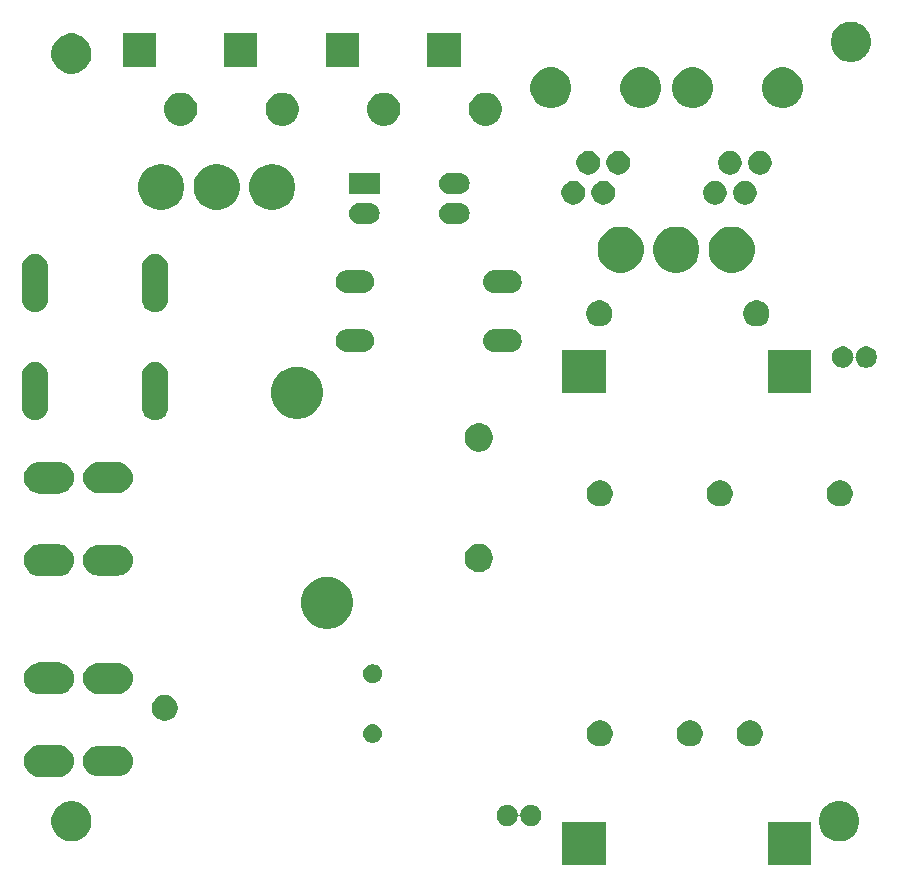
<source format=gbs>
G04 #@! TF.GenerationSoftware,KiCad,Pcbnew,(5.0.2)-1*
G04 #@! TF.CreationDate,2019-05-09T19:07:33+02:00*
G04 #@! TF.ProjectId,SystemSupply,53797374-656d-4537-9570-706c792e6b69,rev?*
G04 #@! TF.SameCoordinates,Original*
G04 #@! TF.FileFunction,Soldermask,Bot*
G04 #@! TF.FilePolarity,Negative*
%FSLAX46Y46*%
G04 Gerber Fmt 4.6, Leading zero omitted, Abs format (unit mm)*
G04 Created by KiCad (PCBNEW (5.0.2)-1) date 09.05.2019 19:07:33*
%MOMM*%
%LPD*%
G01*
G04 APERTURE LIST*
%ADD10C,0.100000*%
G04 APERTURE END LIST*
D10*
G36*
X110225000Y-163725000D02*
X106575000Y-163725000D01*
X106575000Y-160075000D01*
X110225000Y-160075000D01*
X110225000Y-163725000D01*
X110225000Y-163725000D01*
G37*
G36*
X127625000Y-163725000D02*
X123975000Y-163725000D01*
X123975000Y-160075000D01*
X127625000Y-160075000D01*
X127625000Y-163725000D01*
X127625000Y-163725000D01*
G37*
G36*
X130495872Y-158365330D02*
X130495874Y-158365331D01*
X130495875Y-158365331D01*
X130556284Y-158390353D01*
X130805252Y-158493479D01*
X131083687Y-158679523D01*
X131320477Y-158916313D01*
X131506521Y-159194748D01*
X131596244Y-159411360D01*
X131632790Y-159499588D01*
X131634670Y-159504128D01*
X131700000Y-159832565D01*
X131700000Y-160167435D01*
X131634670Y-160495872D01*
X131506521Y-160805252D01*
X131320477Y-161083687D01*
X131083687Y-161320477D01*
X130805252Y-161506521D01*
X130556284Y-161609647D01*
X130495875Y-161634669D01*
X130495874Y-161634669D01*
X130495872Y-161634670D01*
X130167435Y-161700000D01*
X129832565Y-161700000D01*
X129504128Y-161634670D01*
X129504126Y-161634669D01*
X129504125Y-161634669D01*
X129443716Y-161609647D01*
X129194748Y-161506521D01*
X128916313Y-161320477D01*
X128679523Y-161083687D01*
X128493479Y-160805252D01*
X128365330Y-160495872D01*
X128300000Y-160167435D01*
X128300000Y-159832565D01*
X128365330Y-159504128D01*
X128367211Y-159499588D01*
X128403756Y-159411360D01*
X128493479Y-159194748D01*
X128679523Y-158916313D01*
X128916313Y-158679523D01*
X129194748Y-158493479D01*
X129443716Y-158390353D01*
X129504125Y-158365331D01*
X129504126Y-158365331D01*
X129504128Y-158365330D01*
X129832565Y-158300000D01*
X130167435Y-158300000D01*
X130495872Y-158365330D01*
X130495872Y-158365330D01*
G37*
G36*
X65495872Y-158365330D02*
X65495874Y-158365331D01*
X65495875Y-158365331D01*
X65556284Y-158390353D01*
X65805252Y-158493479D01*
X66083687Y-158679523D01*
X66320477Y-158916313D01*
X66506521Y-159194748D01*
X66596244Y-159411360D01*
X66632790Y-159499588D01*
X66634670Y-159504128D01*
X66700000Y-159832565D01*
X66700000Y-160167435D01*
X66634670Y-160495872D01*
X66506521Y-160805252D01*
X66320477Y-161083687D01*
X66083687Y-161320477D01*
X65805252Y-161506521D01*
X65556284Y-161609647D01*
X65495875Y-161634669D01*
X65495874Y-161634669D01*
X65495872Y-161634670D01*
X65167435Y-161700000D01*
X64832565Y-161700000D01*
X64504128Y-161634670D01*
X64504126Y-161634669D01*
X64504125Y-161634669D01*
X64443716Y-161609647D01*
X64194748Y-161506521D01*
X63916313Y-161320477D01*
X63679523Y-161083687D01*
X63493479Y-160805252D01*
X63365330Y-160495872D01*
X63300000Y-160167435D01*
X63300000Y-159832565D01*
X63365330Y-159504128D01*
X63367211Y-159499588D01*
X63403756Y-159411360D01*
X63493479Y-159194748D01*
X63679523Y-158916313D01*
X63916313Y-158679523D01*
X64194748Y-158493479D01*
X64443716Y-158390353D01*
X64504125Y-158365331D01*
X64504126Y-158365331D01*
X64504128Y-158365330D01*
X64832565Y-158300000D01*
X65167435Y-158300000D01*
X65495872Y-158365330D01*
X65495872Y-158365330D01*
G37*
G36*
X104162520Y-158634586D02*
X104162522Y-158634587D01*
X104162523Y-158634587D01*
X104271008Y-158679523D01*
X104326310Y-158702430D01*
X104473717Y-158800924D01*
X104599076Y-158926283D01*
X104599077Y-158926285D01*
X104697570Y-159073690D01*
X104765413Y-159237477D01*
X104800000Y-159411360D01*
X104800000Y-159588640D01*
X104765413Y-159762523D01*
X104736400Y-159832567D01*
X104697570Y-159926310D01*
X104599076Y-160073717D01*
X104473717Y-160199076D01*
X104326310Y-160297570D01*
X104162523Y-160365413D01*
X104162522Y-160365413D01*
X104162520Y-160365414D01*
X103988642Y-160400000D01*
X103811358Y-160400000D01*
X103637480Y-160365414D01*
X103637478Y-160365413D01*
X103637477Y-160365413D01*
X103473690Y-160297570D01*
X103326283Y-160199076D01*
X103200924Y-160073717D01*
X103102430Y-159926310D01*
X103063600Y-159832567D01*
X103034587Y-159762523D01*
X102998079Y-159578982D01*
X102992388Y-159560223D01*
X102983147Y-159542934D01*
X102970711Y-159527780D01*
X102955557Y-159515344D01*
X102938269Y-159506103D01*
X102919509Y-159500413D01*
X102915321Y-159500000D01*
X102919509Y-159499588D01*
X102938268Y-159493897D01*
X102955557Y-159484656D01*
X102970711Y-159472220D01*
X102983147Y-159457066D01*
X102992388Y-159439778D01*
X102998079Y-159421018D01*
X103034587Y-159237477D01*
X103102430Y-159073690D01*
X103200923Y-158926285D01*
X103200924Y-158926283D01*
X103326283Y-158800924D01*
X103473690Y-158702430D01*
X103528992Y-158679523D01*
X103637477Y-158634587D01*
X103637478Y-158634587D01*
X103637480Y-158634586D01*
X103811358Y-158600000D01*
X103988642Y-158600000D01*
X104162520Y-158634586D01*
X104162520Y-158634586D01*
G37*
G36*
X102162520Y-158634586D02*
X102162522Y-158634587D01*
X102162523Y-158634587D01*
X102271008Y-158679523D01*
X102326310Y-158702430D01*
X102473717Y-158800924D01*
X102599076Y-158926283D01*
X102599077Y-158926285D01*
X102697570Y-159073690D01*
X102765413Y-159237477D01*
X102801921Y-159421018D01*
X102807612Y-159439777D01*
X102816853Y-159457066D01*
X102829289Y-159472220D01*
X102844443Y-159484656D01*
X102861731Y-159493897D01*
X102880491Y-159499587D01*
X102884679Y-159500000D01*
X102880491Y-159500412D01*
X102861732Y-159506103D01*
X102844443Y-159515344D01*
X102829289Y-159527780D01*
X102816853Y-159542934D01*
X102807612Y-159560222D01*
X102801921Y-159578982D01*
X102765413Y-159762523D01*
X102736400Y-159832567D01*
X102697570Y-159926310D01*
X102599076Y-160073717D01*
X102473717Y-160199076D01*
X102326310Y-160297570D01*
X102162523Y-160365413D01*
X102162522Y-160365413D01*
X102162520Y-160365414D01*
X101988642Y-160400000D01*
X101811358Y-160400000D01*
X101637480Y-160365414D01*
X101637478Y-160365413D01*
X101637477Y-160365413D01*
X101473690Y-160297570D01*
X101326283Y-160199076D01*
X101200924Y-160073717D01*
X101102430Y-159926310D01*
X101063600Y-159832567D01*
X101034587Y-159762523D01*
X101000000Y-159588640D01*
X101000000Y-159411360D01*
X101034587Y-159237477D01*
X101102430Y-159073690D01*
X101200923Y-158926285D01*
X101200924Y-158926283D01*
X101326283Y-158800924D01*
X101473690Y-158702430D01*
X101528992Y-158679523D01*
X101637477Y-158634587D01*
X101637478Y-158634587D01*
X101637480Y-158634586D01*
X101811358Y-158600000D01*
X101988642Y-158600000D01*
X102162520Y-158634586D01*
X102162520Y-158634586D01*
G37*
G36*
X64114646Y-153569533D02*
X64369122Y-153646728D01*
X64603649Y-153772085D01*
X64809213Y-153940787D01*
X64977915Y-154146351D01*
X65103272Y-154380878D01*
X65180467Y-154635354D01*
X65206532Y-154900000D01*
X65180467Y-155164646D01*
X65103272Y-155419122D01*
X64977915Y-155653649D01*
X64809213Y-155859213D01*
X64603649Y-156027915D01*
X64369122Y-156153272D01*
X64114646Y-156230467D01*
X63916321Y-156250000D01*
X62283679Y-156250000D01*
X62085354Y-156230467D01*
X61830878Y-156153272D01*
X61596351Y-156027915D01*
X61390787Y-155859213D01*
X61222085Y-155653649D01*
X61096728Y-155419122D01*
X61019533Y-155164646D01*
X60993468Y-154900000D01*
X61019533Y-154635354D01*
X61096728Y-154380878D01*
X61222085Y-154146351D01*
X61390787Y-153940787D01*
X61596351Y-153772085D01*
X61830878Y-153646728D01*
X62085354Y-153569533D01*
X62283679Y-153550000D01*
X63916321Y-153550000D01*
X64114646Y-153569533D01*
X64114646Y-153569533D01*
G37*
G36*
X69100279Y-153613436D02*
X69154845Y-153618810D01*
X69399896Y-153693145D01*
X69482267Y-153737173D01*
X69625734Y-153813858D01*
X69625736Y-153813860D01*
X69823687Y-153976313D01*
X69959406Y-154141689D01*
X69986142Y-154174266D01*
X70062827Y-154317733D01*
X70106855Y-154400104D01*
X70181190Y-154645155D01*
X70181190Y-154645157D01*
X70206291Y-154900000D01*
X70185321Y-155112905D01*
X70181190Y-155154845D01*
X70106855Y-155399896D01*
X70062827Y-155482267D01*
X69986142Y-155625734D01*
X69986140Y-155625736D01*
X69823687Y-155823687D01*
X69658311Y-155959406D01*
X69625734Y-155986142D01*
X69482267Y-156062827D01*
X69399896Y-156106855D01*
X69154845Y-156181190D01*
X69100279Y-156186564D01*
X68963869Y-156200000D01*
X67236131Y-156200000D01*
X67099721Y-156186564D01*
X67045155Y-156181190D01*
X66800104Y-156106855D01*
X66717733Y-156062827D01*
X66574266Y-155986142D01*
X66541689Y-155959406D01*
X66376313Y-155823687D01*
X66213860Y-155625736D01*
X66213858Y-155625734D01*
X66137173Y-155482267D01*
X66093145Y-155399896D01*
X66018810Y-155154845D01*
X66014679Y-155112905D01*
X65993709Y-154900000D01*
X66018810Y-154645157D01*
X66018810Y-154645155D01*
X66093145Y-154400104D01*
X66137173Y-154317733D01*
X66213858Y-154174266D01*
X66240594Y-154141689D01*
X66376313Y-153976313D01*
X66574264Y-153813860D01*
X66574266Y-153813858D01*
X66717733Y-153737173D01*
X66800104Y-153693145D01*
X67045155Y-153618810D01*
X67099721Y-153613436D01*
X67236131Y-153600000D01*
X68963869Y-153600000D01*
X69100279Y-153613436D01*
X69100279Y-153613436D01*
G37*
G36*
X117680856Y-151502272D02*
X117881045Y-151585193D01*
X118061207Y-151705573D01*
X118214427Y-151858793D01*
X118334807Y-152038955D01*
X118417728Y-152239144D01*
X118460000Y-152451657D01*
X118460000Y-152668343D01*
X118417728Y-152880856D01*
X118334807Y-153081045D01*
X118214427Y-153261207D01*
X118061207Y-153414427D01*
X117881045Y-153534807D01*
X117680856Y-153617728D01*
X117468343Y-153660000D01*
X117251657Y-153660000D01*
X117039144Y-153617728D01*
X116838955Y-153534807D01*
X116658793Y-153414427D01*
X116505573Y-153261207D01*
X116385193Y-153081045D01*
X116302272Y-152880856D01*
X116260000Y-152668343D01*
X116260000Y-152451657D01*
X116302272Y-152239144D01*
X116385193Y-152038955D01*
X116505573Y-151858793D01*
X116658793Y-151705573D01*
X116838955Y-151585193D01*
X117039144Y-151502272D01*
X117251657Y-151460000D01*
X117468343Y-151460000D01*
X117680856Y-151502272D01*
X117680856Y-151502272D01*
G37*
G36*
X122760856Y-151502272D02*
X122961045Y-151585193D01*
X123141207Y-151705573D01*
X123294427Y-151858793D01*
X123414807Y-152038955D01*
X123497728Y-152239144D01*
X123540000Y-152451657D01*
X123540000Y-152668343D01*
X123497728Y-152880856D01*
X123414807Y-153081045D01*
X123294427Y-153261207D01*
X123141207Y-153414427D01*
X122961045Y-153534807D01*
X122760856Y-153617728D01*
X122548343Y-153660000D01*
X122331657Y-153660000D01*
X122119144Y-153617728D01*
X121918955Y-153534807D01*
X121738793Y-153414427D01*
X121585573Y-153261207D01*
X121465193Y-153081045D01*
X121382272Y-152880856D01*
X121340000Y-152668343D01*
X121340000Y-152451657D01*
X121382272Y-152239144D01*
X121465193Y-152038955D01*
X121585573Y-151858793D01*
X121738793Y-151705573D01*
X121918955Y-151585193D01*
X122119144Y-151502272D01*
X122331657Y-151460000D01*
X122548343Y-151460000D01*
X122760856Y-151502272D01*
X122760856Y-151502272D01*
G37*
G36*
X110060856Y-151502272D02*
X110261045Y-151585193D01*
X110441207Y-151705573D01*
X110594427Y-151858793D01*
X110714807Y-152038955D01*
X110797728Y-152239144D01*
X110840000Y-152451657D01*
X110840000Y-152668343D01*
X110797728Y-152880856D01*
X110714807Y-153081045D01*
X110594427Y-153261207D01*
X110441207Y-153414427D01*
X110261045Y-153534807D01*
X110060856Y-153617728D01*
X109848343Y-153660000D01*
X109631657Y-153660000D01*
X109419144Y-153617728D01*
X109218955Y-153534807D01*
X109038793Y-153414427D01*
X108885573Y-153261207D01*
X108765193Y-153081045D01*
X108682272Y-152880856D01*
X108640000Y-152668343D01*
X108640000Y-152451657D01*
X108682272Y-152239144D01*
X108765193Y-152038955D01*
X108885573Y-151858793D01*
X109038793Y-151705573D01*
X109218955Y-151585193D01*
X109419144Y-151502272D01*
X109631657Y-151460000D01*
X109848343Y-151460000D01*
X110060856Y-151502272D01*
X110060856Y-151502272D01*
G37*
G36*
X90656825Y-151791575D02*
X90807628Y-151837321D01*
X90946608Y-151911607D01*
X91068422Y-152011578D01*
X91168393Y-152133392D01*
X91242679Y-152272372D01*
X91288425Y-152423175D01*
X91303871Y-152580000D01*
X91288425Y-152736825D01*
X91242679Y-152887628D01*
X91168393Y-153026608D01*
X91068422Y-153148422D01*
X90946608Y-153248393D01*
X90807628Y-153322679D01*
X90656825Y-153368425D01*
X90539299Y-153380000D01*
X90460701Y-153380000D01*
X90343175Y-153368425D01*
X90192372Y-153322679D01*
X90053392Y-153248393D01*
X89931578Y-153148422D01*
X89831607Y-153026608D01*
X89757321Y-152887628D01*
X89711575Y-152736825D01*
X89696129Y-152580000D01*
X89711575Y-152423175D01*
X89757321Y-152272372D01*
X89831607Y-152133392D01*
X89931578Y-152011578D01*
X90053392Y-151911607D01*
X90192372Y-151837321D01*
X90343175Y-151791575D01*
X90460701Y-151780000D01*
X90539299Y-151780000D01*
X90656825Y-151791575D01*
X90656825Y-151791575D01*
G37*
G36*
X73220856Y-149342272D02*
X73421045Y-149425193D01*
X73601207Y-149545573D01*
X73754427Y-149698793D01*
X73874807Y-149878955D01*
X73957728Y-150079144D01*
X74000000Y-150291657D01*
X74000000Y-150508343D01*
X73957728Y-150720856D01*
X73874807Y-150921045D01*
X73754427Y-151101207D01*
X73601207Y-151254427D01*
X73421045Y-151374807D01*
X73220856Y-151457728D01*
X73008343Y-151500000D01*
X72791657Y-151500000D01*
X72579144Y-151457728D01*
X72378955Y-151374807D01*
X72198793Y-151254427D01*
X72045573Y-151101207D01*
X71925193Y-150921045D01*
X71842272Y-150720856D01*
X71800000Y-150508343D01*
X71800000Y-150291657D01*
X71842272Y-150079144D01*
X71925193Y-149878955D01*
X72045573Y-149698793D01*
X72198793Y-149545573D01*
X72378955Y-149425193D01*
X72579144Y-149342272D01*
X72791657Y-149300000D01*
X73008343Y-149300000D01*
X73220856Y-149342272D01*
X73220856Y-149342272D01*
G37*
G36*
X64114646Y-146569533D02*
X64369122Y-146646728D01*
X64603649Y-146772085D01*
X64809213Y-146940787D01*
X64977915Y-147146351D01*
X65103272Y-147380878D01*
X65180467Y-147635354D01*
X65206532Y-147900000D01*
X65180467Y-148164646D01*
X65103272Y-148419122D01*
X64977915Y-148653649D01*
X64809213Y-148859213D01*
X64603649Y-149027915D01*
X64369122Y-149153272D01*
X64114646Y-149230467D01*
X63916321Y-149250000D01*
X62283679Y-149250000D01*
X62085354Y-149230467D01*
X61830878Y-149153272D01*
X61596351Y-149027915D01*
X61390787Y-148859213D01*
X61222085Y-148653649D01*
X61096728Y-148419122D01*
X61019533Y-148164646D01*
X60993468Y-147900000D01*
X61019533Y-147635354D01*
X61096728Y-147380878D01*
X61222085Y-147146351D01*
X61390787Y-146940787D01*
X61596351Y-146772085D01*
X61830878Y-146646728D01*
X62085354Y-146569533D01*
X62283679Y-146550000D01*
X63916321Y-146550000D01*
X64114646Y-146569533D01*
X64114646Y-146569533D01*
G37*
G36*
X69100279Y-146613436D02*
X69154845Y-146618810D01*
X69399896Y-146693145D01*
X69470236Y-146730743D01*
X69625734Y-146813858D01*
X69625736Y-146813860D01*
X69823687Y-146976313D01*
X69942475Y-147121058D01*
X69986142Y-147174266D01*
X70062827Y-147317733D01*
X70106855Y-147400104D01*
X70181190Y-147645155D01*
X70181190Y-147645157D01*
X70206291Y-147900000D01*
X70195459Y-148009970D01*
X70181190Y-148154845D01*
X70106855Y-148399896D01*
X70062827Y-148482267D01*
X69986142Y-148625734D01*
X69986140Y-148625736D01*
X69823687Y-148823687D01*
X69658311Y-148959406D01*
X69625734Y-148986142D01*
X69482267Y-149062827D01*
X69399896Y-149106855D01*
X69154845Y-149181190D01*
X69100279Y-149186564D01*
X68963869Y-149200000D01*
X67236131Y-149200000D01*
X67099721Y-149186564D01*
X67045155Y-149181190D01*
X66800104Y-149106855D01*
X66717733Y-149062827D01*
X66574266Y-148986142D01*
X66541689Y-148959406D01*
X66376313Y-148823687D01*
X66213860Y-148625736D01*
X66213858Y-148625734D01*
X66137173Y-148482267D01*
X66093145Y-148399896D01*
X66018810Y-148154845D01*
X66004541Y-148009970D01*
X65993709Y-147900000D01*
X66018810Y-147645157D01*
X66018810Y-147645155D01*
X66093145Y-147400104D01*
X66137173Y-147317733D01*
X66213858Y-147174266D01*
X66257525Y-147121058D01*
X66376313Y-146976313D01*
X66574264Y-146813860D01*
X66574266Y-146813858D01*
X66729764Y-146730743D01*
X66800104Y-146693145D01*
X67045155Y-146618810D01*
X67099721Y-146613436D01*
X67236131Y-146600000D01*
X68963869Y-146600000D01*
X69100279Y-146613436D01*
X69100279Y-146613436D01*
G37*
G36*
X90733351Y-146730743D02*
X90733353Y-146730744D01*
X90733354Y-146730744D01*
X90878942Y-146791049D01*
X91009970Y-146878599D01*
X91121401Y-146990030D01*
X91208951Y-147121058D01*
X91269257Y-147266649D01*
X91300000Y-147421207D01*
X91300000Y-147578793D01*
X91286800Y-147645157D01*
X91269256Y-147733354D01*
X91208951Y-147878942D01*
X91121402Y-148009969D01*
X91009969Y-148121402D01*
X90878942Y-148208951D01*
X90733354Y-148269256D01*
X90733353Y-148269256D01*
X90733351Y-148269257D01*
X90578793Y-148300000D01*
X90421207Y-148300000D01*
X90266649Y-148269257D01*
X90266647Y-148269256D01*
X90266646Y-148269256D01*
X90121058Y-148208951D01*
X89990031Y-148121402D01*
X89878598Y-148009969D01*
X89791049Y-147878942D01*
X89730744Y-147733354D01*
X89713201Y-147645157D01*
X89700000Y-147578793D01*
X89700000Y-147421207D01*
X89730743Y-147266649D01*
X89791049Y-147121058D01*
X89878599Y-146990030D01*
X89990030Y-146878599D01*
X90121058Y-146791049D01*
X90266646Y-146730744D01*
X90266647Y-146730744D01*
X90266649Y-146730743D01*
X90421207Y-146700000D01*
X90578793Y-146700000D01*
X90733351Y-146730743D01*
X90733351Y-146730743D01*
G37*
G36*
X87026695Y-139333818D02*
X87281719Y-139384545D01*
X87682091Y-139550385D01*
X88042417Y-139791147D01*
X88348853Y-140097583D01*
X88589615Y-140457909D01*
X88755455Y-140858281D01*
X88840000Y-141283321D01*
X88840000Y-141716679D01*
X88755455Y-142141719D01*
X88589615Y-142542091D01*
X88348853Y-142902417D01*
X88042417Y-143208853D01*
X87682091Y-143449615D01*
X87281719Y-143615455D01*
X87026695Y-143666182D01*
X86856681Y-143700000D01*
X86423319Y-143700000D01*
X86253305Y-143666182D01*
X85998281Y-143615455D01*
X85597909Y-143449615D01*
X85237583Y-143208853D01*
X84931147Y-142902417D01*
X84690385Y-142542091D01*
X84524545Y-142141719D01*
X84440000Y-141716679D01*
X84440000Y-141283321D01*
X84524545Y-140858281D01*
X84690385Y-140457909D01*
X84931147Y-140097583D01*
X85237583Y-139791147D01*
X85597909Y-139550385D01*
X85998281Y-139384545D01*
X86253305Y-139333818D01*
X86423319Y-139300000D01*
X86856681Y-139300000D01*
X87026695Y-139333818D01*
X87026695Y-139333818D01*
G37*
G36*
X64114646Y-136569533D02*
X64369122Y-136646728D01*
X64603649Y-136772085D01*
X64809213Y-136940787D01*
X64977915Y-137146351D01*
X65103272Y-137380878D01*
X65180467Y-137635354D01*
X65206532Y-137900000D01*
X65180467Y-138164646D01*
X65103272Y-138419122D01*
X64977915Y-138653649D01*
X64809213Y-138859213D01*
X64603649Y-139027915D01*
X64369122Y-139153272D01*
X64114646Y-139230467D01*
X63916321Y-139250000D01*
X62283679Y-139250000D01*
X62085354Y-139230467D01*
X61830878Y-139153272D01*
X61596351Y-139027915D01*
X61390787Y-138859213D01*
X61222085Y-138653649D01*
X61096728Y-138419122D01*
X61019533Y-138164646D01*
X60993468Y-137900000D01*
X61019533Y-137635354D01*
X61096728Y-137380878D01*
X61222085Y-137146351D01*
X61390787Y-136940787D01*
X61596351Y-136772085D01*
X61830878Y-136646728D01*
X62085354Y-136569533D01*
X62283679Y-136550000D01*
X63916321Y-136550000D01*
X64114646Y-136569533D01*
X64114646Y-136569533D01*
G37*
G36*
X69100279Y-136613436D02*
X69154845Y-136618810D01*
X69399896Y-136693145D01*
X69482267Y-136737173D01*
X69625734Y-136813858D01*
X69625736Y-136813860D01*
X69823687Y-136976313D01*
X69951116Y-137131587D01*
X69986142Y-137174266D01*
X70062827Y-137317733D01*
X70106855Y-137400104D01*
X70181190Y-137645155D01*
X70181190Y-137645157D01*
X70206291Y-137900000D01*
X70185321Y-138112905D01*
X70181190Y-138154845D01*
X70106855Y-138399896D01*
X70072080Y-138464954D01*
X69986142Y-138625734D01*
X69980916Y-138632102D01*
X69823687Y-138823687D01*
X69658311Y-138959406D01*
X69625734Y-138986142D01*
X69482267Y-139062827D01*
X69399896Y-139106855D01*
X69154845Y-139181190D01*
X69100279Y-139186564D01*
X68963869Y-139200000D01*
X67236131Y-139200000D01*
X67099721Y-139186564D01*
X67045155Y-139181190D01*
X66800104Y-139106855D01*
X66717733Y-139062827D01*
X66574266Y-138986142D01*
X66541689Y-138959406D01*
X66376313Y-138823687D01*
X66219084Y-138632102D01*
X66213858Y-138625734D01*
X66127920Y-138464954D01*
X66093145Y-138399896D01*
X66018810Y-138154845D01*
X66014679Y-138112905D01*
X65993709Y-137900000D01*
X66018810Y-137645157D01*
X66018810Y-137645155D01*
X66093145Y-137400104D01*
X66137173Y-137317733D01*
X66213858Y-137174266D01*
X66248884Y-137131587D01*
X66376313Y-136976313D01*
X66574264Y-136813860D01*
X66574266Y-136813858D01*
X66717733Y-136737173D01*
X66800104Y-136693145D01*
X67045155Y-136618810D01*
X67099721Y-136613436D01*
X67236131Y-136600000D01*
X68963869Y-136600000D01*
X69100279Y-136613436D01*
X69100279Y-136613436D01*
G37*
G36*
X99710925Y-136518446D02*
X99850030Y-136546116D01*
X100068413Y-136636574D01*
X100264954Y-136767898D01*
X100432102Y-136935046D01*
X100563426Y-137131587D01*
X100653884Y-137349970D01*
X100700000Y-137581812D01*
X100700000Y-137818188D01*
X100653884Y-138050030D01*
X100563426Y-138268413D01*
X100432102Y-138464954D01*
X100264954Y-138632102D01*
X100068413Y-138763426D01*
X99850030Y-138853884D01*
X99710925Y-138881554D01*
X99618190Y-138900000D01*
X99381810Y-138900000D01*
X99289075Y-138881554D01*
X99149970Y-138853884D01*
X98931587Y-138763426D01*
X98735046Y-138632102D01*
X98567898Y-138464954D01*
X98436574Y-138268413D01*
X98346116Y-138050030D01*
X98300000Y-137818188D01*
X98300000Y-137581812D01*
X98346116Y-137349970D01*
X98436574Y-137131587D01*
X98567898Y-136935046D01*
X98735046Y-136767898D01*
X98931587Y-136636574D01*
X99149970Y-136546116D01*
X99289075Y-136518446D01*
X99381810Y-136500000D01*
X99618190Y-136500000D01*
X99710925Y-136518446D01*
X99710925Y-136518446D01*
G37*
G36*
X130380856Y-131182272D02*
X130581045Y-131265193D01*
X130761207Y-131385573D01*
X130914427Y-131538793D01*
X131034807Y-131718955D01*
X131117728Y-131919144D01*
X131160000Y-132131657D01*
X131160000Y-132348343D01*
X131117728Y-132560856D01*
X131034807Y-132761045D01*
X130914427Y-132941207D01*
X130761207Y-133094427D01*
X130581045Y-133214807D01*
X130380856Y-133297728D01*
X130168343Y-133340000D01*
X129951657Y-133340000D01*
X129739144Y-133297728D01*
X129538955Y-133214807D01*
X129358793Y-133094427D01*
X129205573Y-132941207D01*
X129085193Y-132761045D01*
X129002272Y-132560856D01*
X128960000Y-132348343D01*
X128960000Y-132131657D01*
X129002272Y-131919144D01*
X129085193Y-131718955D01*
X129205573Y-131538793D01*
X129358793Y-131385573D01*
X129538955Y-131265193D01*
X129739144Y-131182272D01*
X129951657Y-131140000D01*
X130168343Y-131140000D01*
X130380856Y-131182272D01*
X130380856Y-131182272D01*
G37*
G36*
X120220856Y-131182272D02*
X120421045Y-131265193D01*
X120601207Y-131385573D01*
X120754427Y-131538793D01*
X120874807Y-131718955D01*
X120957728Y-131919144D01*
X121000000Y-132131657D01*
X121000000Y-132348343D01*
X120957728Y-132560856D01*
X120874807Y-132761045D01*
X120754427Y-132941207D01*
X120601207Y-133094427D01*
X120421045Y-133214807D01*
X120220856Y-133297728D01*
X120008343Y-133340000D01*
X119791657Y-133340000D01*
X119579144Y-133297728D01*
X119378955Y-133214807D01*
X119198793Y-133094427D01*
X119045573Y-132941207D01*
X118925193Y-132761045D01*
X118842272Y-132560856D01*
X118800000Y-132348343D01*
X118800000Y-132131657D01*
X118842272Y-131919144D01*
X118925193Y-131718955D01*
X119045573Y-131538793D01*
X119198793Y-131385573D01*
X119378955Y-131265193D01*
X119579144Y-131182272D01*
X119791657Y-131140000D01*
X120008343Y-131140000D01*
X120220856Y-131182272D01*
X120220856Y-131182272D01*
G37*
G36*
X110060856Y-131182272D02*
X110261045Y-131265193D01*
X110441207Y-131385573D01*
X110594427Y-131538793D01*
X110714807Y-131718955D01*
X110797728Y-131919144D01*
X110840000Y-132131657D01*
X110840000Y-132348343D01*
X110797728Y-132560856D01*
X110714807Y-132761045D01*
X110594427Y-132941207D01*
X110441207Y-133094427D01*
X110261045Y-133214807D01*
X110060856Y-133297728D01*
X109848343Y-133340000D01*
X109631657Y-133340000D01*
X109419144Y-133297728D01*
X109218955Y-133214807D01*
X109038793Y-133094427D01*
X108885573Y-132941207D01*
X108765193Y-132761045D01*
X108682272Y-132560856D01*
X108640000Y-132348343D01*
X108640000Y-132131657D01*
X108682272Y-131919144D01*
X108765193Y-131718955D01*
X108885573Y-131538793D01*
X109038793Y-131385573D01*
X109218955Y-131265193D01*
X109419144Y-131182272D01*
X109631657Y-131140000D01*
X109848343Y-131140000D01*
X110060856Y-131182272D01*
X110060856Y-131182272D01*
G37*
G36*
X64114646Y-129569533D02*
X64369122Y-129646728D01*
X64603649Y-129772085D01*
X64809213Y-129940787D01*
X64977915Y-130146351D01*
X65103272Y-130380878D01*
X65180467Y-130635354D01*
X65206532Y-130900000D01*
X65180467Y-131164646D01*
X65103272Y-131419122D01*
X64977915Y-131653649D01*
X64809213Y-131859213D01*
X64603649Y-132027915D01*
X64369122Y-132153272D01*
X64114646Y-132230467D01*
X63916321Y-132250000D01*
X62283679Y-132250000D01*
X62085354Y-132230467D01*
X61830878Y-132153272D01*
X61596351Y-132027915D01*
X61390787Y-131859213D01*
X61222085Y-131653649D01*
X61096728Y-131419122D01*
X61019533Y-131164646D01*
X60993468Y-130900000D01*
X61019533Y-130635354D01*
X61096728Y-130380878D01*
X61222085Y-130146351D01*
X61390787Y-129940787D01*
X61596351Y-129772085D01*
X61830878Y-129646728D01*
X62085354Y-129569533D01*
X62283679Y-129550000D01*
X63916321Y-129550000D01*
X64114646Y-129569533D01*
X64114646Y-129569533D01*
G37*
G36*
X69100279Y-129613436D02*
X69154845Y-129618810D01*
X69399896Y-129693145D01*
X69482267Y-129737173D01*
X69625734Y-129813858D01*
X69625736Y-129813860D01*
X69823687Y-129976313D01*
X69959406Y-130141689D01*
X69986142Y-130174266D01*
X70062827Y-130317733D01*
X70106855Y-130400104D01*
X70181190Y-130645155D01*
X70181190Y-130645157D01*
X70206291Y-130900000D01*
X70185321Y-131112905D01*
X70181190Y-131154845D01*
X70106855Y-131399896D01*
X70062827Y-131482267D01*
X69986142Y-131625734D01*
X69986140Y-131625736D01*
X69823687Y-131823687D01*
X69707371Y-131919144D01*
X69625734Y-131986142D01*
X69482267Y-132062827D01*
X69399896Y-132106855D01*
X69154845Y-132181190D01*
X69100279Y-132186564D01*
X68963869Y-132200000D01*
X67236131Y-132200000D01*
X67099721Y-132186564D01*
X67045155Y-132181190D01*
X66800104Y-132106855D01*
X66717733Y-132062827D01*
X66574266Y-131986142D01*
X66492629Y-131919144D01*
X66376313Y-131823687D01*
X66213860Y-131625736D01*
X66213858Y-131625734D01*
X66137173Y-131482267D01*
X66093145Y-131399896D01*
X66018810Y-131154845D01*
X66014679Y-131112905D01*
X65993709Y-130900000D01*
X66018810Y-130645157D01*
X66018810Y-130645155D01*
X66093145Y-130400104D01*
X66137173Y-130317733D01*
X66213858Y-130174266D01*
X66240594Y-130141689D01*
X66376313Y-129976313D01*
X66574264Y-129813860D01*
X66574266Y-129813858D01*
X66717733Y-129737173D01*
X66800104Y-129693145D01*
X67045155Y-129618810D01*
X67099721Y-129613436D01*
X67236131Y-129600000D01*
X68963869Y-129600000D01*
X69100279Y-129613436D01*
X69100279Y-129613436D01*
G37*
G36*
X99710925Y-126318446D02*
X99850030Y-126346116D01*
X100068413Y-126436574D01*
X100264954Y-126567898D01*
X100432102Y-126735046D01*
X100563426Y-126931587D01*
X100653884Y-127149970D01*
X100700000Y-127381812D01*
X100700000Y-127618188D01*
X100653884Y-127850030D01*
X100563426Y-128068413D01*
X100432102Y-128264954D01*
X100264954Y-128432102D01*
X100068413Y-128563426D01*
X99850030Y-128653884D01*
X99710925Y-128681554D01*
X99618190Y-128700000D01*
X99381810Y-128700000D01*
X99289075Y-128681554D01*
X99149970Y-128653884D01*
X98931587Y-128563426D01*
X98735046Y-128432102D01*
X98567898Y-128264954D01*
X98436574Y-128068413D01*
X98346116Y-127850030D01*
X98300000Y-127618188D01*
X98300000Y-127381812D01*
X98346116Y-127149970D01*
X98436574Y-126931587D01*
X98567898Y-126735046D01*
X98735046Y-126567898D01*
X98931587Y-126436574D01*
X99149970Y-126346116D01*
X99289075Y-126318446D01*
X99381810Y-126300000D01*
X99618190Y-126300000D01*
X99710925Y-126318446D01*
X99710925Y-126318446D01*
G37*
G36*
X72295635Y-121112915D02*
X72502989Y-121175816D01*
X72694086Y-121277959D01*
X72861581Y-121415419D01*
X72999041Y-121582914D01*
X73101184Y-121774011D01*
X73164085Y-121981365D01*
X73180000Y-122142958D01*
X73180000Y-125001042D01*
X73164085Y-125162635D01*
X73101184Y-125369989D01*
X72999041Y-125561086D01*
X72926387Y-125649615D01*
X72861581Y-125728581D01*
X72694084Y-125866042D01*
X72630552Y-125900000D01*
X72502988Y-125968184D01*
X72295634Y-126031085D01*
X72080000Y-126052323D01*
X71864365Y-126031085D01*
X71657011Y-125968184D01*
X71465914Y-125866041D01*
X71298419Y-125728581D01*
X71160959Y-125561085D01*
X71147597Y-125536086D01*
X71058817Y-125369989D01*
X71058816Y-125369988D01*
X70995915Y-125162634D01*
X70980000Y-125001041D01*
X70980001Y-122142958D01*
X70995916Y-121981365D01*
X71058817Y-121774011D01*
X71160960Y-121582914D01*
X71298420Y-121415419D01*
X71465915Y-121277959D01*
X71657012Y-121175816D01*
X71864366Y-121112915D01*
X72080000Y-121091677D01*
X72295635Y-121112915D01*
X72295635Y-121112915D01*
G37*
G36*
X62135635Y-121137915D02*
X62342989Y-121200816D01*
X62534086Y-121302959D01*
X62701581Y-121440419D01*
X62839041Y-121607914D01*
X62941184Y-121799011D01*
X63004085Y-122006365D01*
X63020000Y-122167958D01*
X63020000Y-124976042D01*
X63004085Y-125137635D01*
X62941184Y-125344989D01*
X62839041Y-125536086D01*
X62745870Y-125649615D01*
X62701581Y-125703581D01*
X62534084Y-125841042D01*
X62445130Y-125888588D01*
X62342988Y-125943184D01*
X62135634Y-126006085D01*
X61920000Y-126027323D01*
X61704365Y-126006085D01*
X61497011Y-125943184D01*
X61305914Y-125841041D01*
X61138419Y-125703581D01*
X61000959Y-125536085D01*
X60898816Y-125344988D01*
X60835915Y-125137634D01*
X60820000Y-124976041D01*
X60820001Y-122167958D01*
X60835916Y-122006365D01*
X60898817Y-121799011D01*
X61000960Y-121607914D01*
X61138420Y-121440419D01*
X61305915Y-121302959D01*
X61497012Y-121200816D01*
X61704366Y-121137915D01*
X61920000Y-121116677D01*
X62135635Y-121137915D01*
X62135635Y-121137915D01*
G37*
G36*
X84486695Y-121533818D02*
X84741719Y-121584545D01*
X85142091Y-121750385D01*
X85502417Y-121991147D01*
X85808853Y-122297583D01*
X86049615Y-122657909D01*
X86215455Y-123058281D01*
X86300000Y-123483321D01*
X86300000Y-123916679D01*
X86215455Y-124341719D01*
X86049615Y-124742091D01*
X85808853Y-125102417D01*
X85502417Y-125408853D01*
X85142091Y-125649615D01*
X84741719Y-125815455D01*
X84487404Y-125866041D01*
X84316681Y-125900000D01*
X83883319Y-125900000D01*
X83712596Y-125866041D01*
X83458281Y-125815455D01*
X83057909Y-125649615D01*
X82697583Y-125408853D01*
X82391147Y-125102417D01*
X82150385Y-124742091D01*
X81984545Y-124341719D01*
X81900000Y-123916679D01*
X81900000Y-123483321D01*
X81984545Y-123058281D01*
X82150385Y-122657909D01*
X82391147Y-122297583D01*
X82697583Y-121991147D01*
X83057909Y-121750385D01*
X83458281Y-121584545D01*
X83713305Y-121533818D01*
X83883319Y-121500000D01*
X84316681Y-121500000D01*
X84486695Y-121533818D01*
X84486695Y-121533818D01*
G37*
G36*
X127625000Y-123725000D02*
X123975000Y-123725000D01*
X123975000Y-120075000D01*
X127625000Y-120075000D01*
X127625000Y-123725000D01*
X127625000Y-123725000D01*
G37*
G36*
X110225000Y-123725000D02*
X106575000Y-123725000D01*
X106575000Y-120075000D01*
X110225000Y-120075000D01*
X110225000Y-123725000D01*
X110225000Y-123725000D01*
G37*
G36*
X130562520Y-119834586D02*
X130562522Y-119834587D01*
X130562523Y-119834587D01*
X130570615Y-119837939D01*
X130726310Y-119902430D01*
X130873717Y-120000924D01*
X130999076Y-120126283D01*
X130999077Y-120126285D01*
X131097570Y-120273690D01*
X131165413Y-120437477D01*
X131201921Y-120621018D01*
X131207612Y-120639777D01*
X131216853Y-120657066D01*
X131229289Y-120672220D01*
X131244443Y-120684656D01*
X131261731Y-120693897D01*
X131280491Y-120699587D01*
X131284679Y-120700000D01*
X131280491Y-120700412D01*
X131261732Y-120706103D01*
X131244443Y-120715344D01*
X131229289Y-120727780D01*
X131216853Y-120742934D01*
X131207612Y-120760222D01*
X131201921Y-120778982D01*
X131165413Y-120962523D01*
X131111915Y-121091678D01*
X131097570Y-121126310D01*
X130999076Y-121273717D01*
X130873717Y-121399076D01*
X130726310Y-121497570D01*
X130562523Y-121565413D01*
X130562522Y-121565413D01*
X130562520Y-121565414D01*
X130388642Y-121600000D01*
X130211358Y-121600000D01*
X130037480Y-121565414D01*
X130037478Y-121565413D01*
X130037477Y-121565413D01*
X129873690Y-121497570D01*
X129726283Y-121399076D01*
X129600924Y-121273717D01*
X129502430Y-121126310D01*
X129488085Y-121091678D01*
X129434587Y-120962523D01*
X129400000Y-120788640D01*
X129400000Y-120611360D01*
X129434587Y-120437477D01*
X129502430Y-120273690D01*
X129600923Y-120126285D01*
X129600924Y-120126283D01*
X129726283Y-120000924D01*
X129873690Y-119902430D01*
X130029385Y-119837939D01*
X130037477Y-119834587D01*
X130037478Y-119834587D01*
X130037480Y-119834586D01*
X130211358Y-119800000D01*
X130388642Y-119800000D01*
X130562520Y-119834586D01*
X130562520Y-119834586D01*
G37*
G36*
X132562520Y-119834586D02*
X132562522Y-119834587D01*
X132562523Y-119834587D01*
X132570615Y-119837939D01*
X132726310Y-119902430D01*
X132873717Y-120000924D01*
X132999076Y-120126283D01*
X132999077Y-120126285D01*
X133097570Y-120273690D01*
X133165413Y-120437477D01*
X133200000Y-120611360D01*
X133200000Y-120788640D01*
X133165413Y-120962523D01*
X133111915Y-121091678D01*
X133097570Y-121126310D01*
X132999076Y-121273717D01*
X132873717Y-121399076D01*
X132726310Y-121497570D01*
X132562523Y-121565413D01*
X132562522Y-121565413D01*
X132562520Y-121565414D01*
X132388642Y-121600000D01*
X132211358Y-121600000D01*
X132037480Y-121565414D01*
X132037478Y-121565413D01*
X132037477Y-121565413D01*
X131873690Y-121497570D01*
X131726283Y-121399076D01*
X131600924Y-121273717D01*
X131502430Y-121126310D01*
X131488085Y-121091678D01*
X131434587Y-120962523D01*
X131398079Y-120778982D01*
X131392388Y-120760223D01*
X131383147Y-120742934D01*
X131370711Y-120727780D01*
X131355557Y-120715344D01*
X131338269Y-120706103D01*
X131319509Y-120700413D01*
X131315321Y-120700000D01*
X131319509Y-120699588D01*
X131338268Y-120693897D01*
X131355557Y-120684656D01*
X131370711Y-120672220D01*
X131383147Y-120657066D01*
X131392388Y-120639778D01*
X131398079Y-120621018D01*
X131434587Y-120437477D01*
X131502430Y-120273690D01*
X131600923Y-120126285D01*
X131600924Y-120126283D01*
X131726283Y-120000924D01*
X131873690Y-119902430D01*
X132029385Y-119837939D01*
X132037477Y-119834587D01*
X132037478Y-119834587D01*
X132037480Y-119834586D01*
X132211358Y-119800000D01*
X132388642Y-119800000D01*
X132562520Y-119834586D01*
X132562520Y-119834586D01*
G37*
G36*
X89808852Y-118346359D02*
X89849299Y-118350343D01*
X89933849Y-118375991D01*
X90030937Y-118405442D01*
X90198339Y-118494920D01*
X90345065Y-118615335D01*
X90465480Y-118762061D01*
X90554958Y-118929463D01*
X90584409Y-119026551D01*
X90610057Y-119111101D01*
X90610057Y-119111103D01*
X90628663Y-119300000D01*
X90613119Y-119457811D01*
X90610057Y-119488899D01*
X90584409Y-119573449D01*
X90554958Y-119670537D01*
X90465480Y-119837939D01*
X90345065Y-119984665D01*
X90198339Y-120105080D01*
X90030937Y-120194558D01*
X89933849Y-120224009D01*
X89849299Y-120249657D01*
X89808852Y-120253641D01*
X89707739Y-120263600D01*
X88292261Y-120263600D01*
X88191148Y-120253641D01*
X88150701Y-120249657D01*
X88066151Y-120224009D01*
X87969063Y-120194558D01*
X87801661Y-120105080D01*
X87654935Y-119984665D01*
X87534520Y-119837939D01*
X87445042Y-119670537D01*
X87415591Y-119573449D01*
X87389943Y-119488899D01*
X87386881Y-119457811D01*
X87371337Y-119300000D01*
X87389943Y-119111103D01*
X87389943Y-119111101D01*
X87415591Y-119026551D01*
X87445042Y-118929463D01*
X87534520Y-118762061D01*
X87654935Y-118615335D01*
X87801661Y-118494920D01*
X87969063Y-118405442D01*
X88066151Y-118375991D01*
X88150701Y-118350343D01*
X88191148Y-118346359D01*
X88292261Y-118336400D01*
X89707739Y-118336400D01*
X89808852Y-118346359D01*
X89808852Y-118346359D01*
G37*
G36*
X102308852Y-118346359D02*
X102349299Y-118350343D01*
X102433849Y-118375991D01*
X102530937Y-118405442D01*
X102698339Y-118494920D01*
X102845065Y-118615335D01*
X102965480Y-118762061D01*
X103054958Y-118929463D01*
X103084409Y-119026551D01*
X103110057Y-119111101D01*
X103110057Y-119111103D01*
X103128663Y-119300000D01*
X103113119Y-119457811D01*
X103110057Y-119488899D01*
X103084409Y-119573449D01*
X103054958Y-119670537D01*
X102965480Y-119837939D01*
X102845065Y-119984665D01*
X102698339Y-120105080D01*
X102530937Y-120194558D01*
X102433849Y-120224009D01*
X102349299Y-120249657D01*
X102308852Y-120253641D01*
X102207739Y-120263600D01*
X100792261Y-120263600D01*
X100691148Y-120253641D01*
X100650701Y-120249657D01*
X100566151Y-120224009D01*
X100469063Y-120194558D01*
X100301661Y-120105080D01*
X100154935Y-119984665D01*
X100034520Y-119837939D01*
X99945042Y-119670537D01*
X99915591Y-119573449D01*
X99889943Y-119488899D01*
X99886881Y-119457811D01*
X99871337Y-119300000D01*
X99889943Y-119111103D01*
X99889943Y-119111101D01*
X99915591Y-119026551D01*
X99945042Y-118929463D01*
X100034520Y-118762061D01*
X100154935Y-118615335D01*
X100301661Y-118494920D01*
X100469063Y-118405442D01*
X100566151Y-118375991D01*
X100650701Y-118350343D01*
X100691148Y-118346359D01*
X100792261Y-118336400D01*
X102207739Y-118336400D01*
X102308852Y-118346359D01*
X102308852Y-118346359D01*
G37*
G36*
X110020856Y-115942272D02*
X110221045Y-116025193D01*
X110401207Y-116145573D01*
X110554427Y-116298793D01*
X110674807Y-116478955D01*
X110757728Y-116679144D01*
X110800000Y-116891657D01*
X110800000Y-117108343D01*
X110757728Y-117320856D01*
X110674807Y-117521045D01*
X110554427Y-117701207D01*
X110401207Y-117854427D01*
X110221045Y-117974807D01*
X110020856Y-118057728D01*
X109808343Y-118100000D01*
X109591657Y-118100000D01*
X109379144Y-118057728D01*
X109178955Y-117974807D01*
X108998793Y-117854427D01*
X108845573Y-117701207D01*
X108725193Y-117521045D01*
X108642272Y-117320856D01*
X108600000Y-117108343D01*
X108600000Y-116891657D01*
X108642272Y-116679144D01*
X108725193Y-116478955D01*
X108845573Y-116298793D01*
X108998793Y-116145573D01*
X109178955Y-116025193D01*
X109379144Y-115942272D01*
X109591657Y-115900000D01*
X109808343Y-115900000D01*
X110020856Y-115942272D01*
X110020856Y-115942272D01*
G37*
G36*
X123320856Y-115942272D02*
X123521045Y-116025193D01*
X123701207Y-116145573D01*
X123854427Y-116298793D01*
X123974807Y-116478955D01*
X124057728Y-116679144D01*
X124100000Y-116891657D01*
X124100000Y-117108343D01*
X124057728Y-117320856D01*
X123974807Y-117521045D01*
X123854427Y-117701207D01*
X123701207Y-117854427D01*
X123521045Y-117974807D01*
X123320856Y-118057728D01*
X123108343Y-118100000D01*
X122891657Y-118100000D01*
X122679144Y-118057728D01*
X122478955Y-117974807D01*
X122298793Y-117854427D01*
X122145573Y-117701207D01*
X122025193Y-117521045D01*
X121942272Y-117320856D01*
X121900000Y-117108343D01*
X121900000Y-116891657D01*
X121942272Y-116679144D01*
X122025193Y-116478955D01*
X122145573Y-116298793D01*
X122298793Y-116145573D01*
X122478955Y-116025193D01*
X122679144Y-115942272D01*
X122891657Y-115900000D01*
X123108343Y-115900000D01*
X123320856Y-115942272D01*
X123320856Y-115942272D01*
G37*
G36*
X72295635Y-111968915D02*
X72502989Y-112031816D01*
X72694086Y-112133959D01*
X72861581Y-112271419D01*
X72999041Y-112438914D01*
X73101184Y-112630011D01*
X73164085Y-112837365D01*
X73180000Y-112998958D01*
X73180000Y-115857042D01*
X73164085Y-116018635D01*
X73101184Y-116225989D01*
X72999041Y-116417086D01*
X72948266Y-116478955D01*
X72861581Y-116584581D01*
X72694084Y-116722042D01*
X72605130Y-116769588D01*
X72502988Y-116824184D01*
X72295634Y-116887085D01*
X72080000Y-116908323D01*
X71864365Y-116887085D01*
X71657011Y-116824184D01*
X71465914Y-116722041D01*
X71298419Y-116584581D01*
X71160959Y-116417085D01*
X71147597Y-116392086D01*
X71058817Y-116225989D01*
X71058816Y-116225988D01*
X70995915Y-116018634D01*
X70980000Y-115857041D01*
X70980001Y-112998958D01*
X70995916Y-112837365D01*
X71058817Y-112630011D01*
X71160960Y-112438914D01*
X71298420Y-112271419D01*
X71465915Y-112133959D01*
X71657012Y-112031816D01*
X71864366Y-111968915D01*
X72080000Y-111947677D01*
X72295635Y-111968915D01*
X72295635Y-111968915D01*
G37*
G36*
X62135635Y-111993915D02*
X62342989Y-112056816D01*
X62534086Y-112158959D01*
X62701581Y-112296419D01*
X62839041Y-112463914D01*
X62941184Y-112655011D01*
X63004085Y-112862365D01*
X63020000Y-113023958D01*
X63020000Y-115832042D01*
X63004085Y-115993635D01*
X62941184Y-116200989D01*
X62839041Y-116392086D01*
X62767749Y-116478955D01*
X62701581Y-116559581D01*
X62534084Y-116697042D01*
X62445130Y-116744588D01*
X62342988Y-116799184D01*
X62135634Y-116862085D01*
X61920000Y-116883323D01*
X61704365Y-116862085D01*
X61497011Y-116799184D01*
X61305914Y-116697041D01*
X61138419Y-116559581D01*
X61000959Y-116392085D01*
X60898816Y-116200988D01*
X60835915Y-115993634D01*
X60820000Y-115832041D01*
X60820001Y-113023958D01*
X60835916Y-112862365D01*
X60898817Y-112655011D01*
X61000960Y-112463914D01*
X61138420Y-112296419D01*
X61305915Y-112158959D01*
X61497012Y-112056816D01*
X61704366Y-111993915D01*
X61920000Y-111972677D01*
X62135635Y-111993915D01*
X62135635Y-111993915D01*
G37*
G36*
X102308852Y-113346359D02*
X102349299Y-113350343D01*
X102433849Y-113375991D01*
X102530937Y-113405442D01*
X102698339Y-113494920D01*
X102845065Y-113615335D01*
X102965480Y-113762061D01*
X103054958Y-113929463D01*
X103084409Y-114026551D01*
X103110057Y-114111101D01*
X103110057Y-114111103D01*
X103128663Y-114300000D01*
X103113119Y-114457811D01*
X103110057Y-114488899D01*
X103084409Y-114573449D01*
X103054958Y-114670537D01*
X102965480Y-114837939D01*
X102845065Y-114984665D01*
X102698339Y-115105080D01*
X102530937Y-115194558D01*
X102433849Y-115224009D01*
X102349299Y-115249657D01*
X102308852Y-115253641D01*
X102207739Y-115263600D01*
X100792261Y-115263600D01*
X100691148Y-115253641D01*
X100650701Y-115249657D01*
X100566151Y-115224009D01*
X100469063Y-115194558D01*
X100301661Y-115105080D01*
X100154935Y-114984665D01*
X100034520Y-114837939D01*
X99945042Y-114670537D01*
X99915591Y-114573449D01*
X99889943Y-114488899D01*
X99886881Y-114457811D01*
X99871337Y-114300000D01*
X99889943Y-114111103D01*
X99889943Y-114111101D01*
X99915591Y-114026551D01*
X99945042Y-113929463D01*
X100034520Y-113762061D01*
X100154935Y-113615335D01*
X100301661Y-113494920D01*
X100469063Y-113405442D01*
X100566151Y-113375991D01*
X100650701Y-113350343D01*
X100691148Y-113346359D01*
X100792261Y-113336400D01*
X102207739Y-113336400D01*
X102308852Y-113346359D01*
X102308852Y-113346359D01*
G37*
G36*
X89808852Y-113346359D02*
X89849299Y-113350343D01*
X89933849Y-113375991D01*
X90030937Y-113405442D01*
X90198339Y-113494920D01*
X90345065Y-113615335D01*
X90465480Y-113762061D01*
X90554958Y-113929463D01*
X90584409Y-114026551D01*
X90610057Y-114111101D01*
X90610057Y-114111103D01*
X90628663Y-114300000D01*
X90613119Y-114457811D01*
X90610057Y-114488899D01*
X90584409Y-114573449D01*
X90554958Y-114670537D01*
X90465480Y-114837939D01*
X90345065Y-114984665D01*
X90198339Y-115105080D01*
X90030937Y-115194558D01*
X89933849Y-115224009D01*
X89849299Y-115249657D01*
X89808852Y-115253641D01*
X89707739Y-115263600D01*
X88292261Y-115263600D01*
X88191148Y-115253641D01*
X88150701Y-115249657D01*
X88066151Y-115224009D01*
X87969063Y-115194558D01*
X87801661Y-115105080D01*
X87654935Y-114984665D01*
X87534520Y-114837939D01*
X87445042Y-114670537D01*
X87415591Y-114573449D01*
X87389943Y-114488899D01*
X87386881Y-114457811D01*
X87371337Y-114300000D01*
X87389943Y-114111103D01*
X87389943Y-114111101D01*
X87415591Y-114026551D01*
X87445042Y-113929463D01*
X87534520Y-113762061D01*
X87654935Y-113615335D01*
X87801661Y-113494920D01*
X87969063Y-113405442D01*
X88066151Y-113375991D01*
X88150701Y-113350343D01*
X88191148Y-113346359D01*
X88292261Y-113336400D01*
X89707739Y-113336400D01*
X89808852Y-113346359D01*
X89808852Y-113346359D01*
G37*
G36*
X116643215Y-109699959D02*
X116768795Y-109724938D01*
X116915790Y-109785826D01*
X117123671Y-109871933D01*
X117443052Y-110085336D01*
X117714664Y-110356948D01*
X117928067Y-110676329D01*
X118014174Y-110884210D01*
X118075062Y-111031205D01*
X118150000Y-111407944D01*
X118150000Y-111792056D01*
X118077019Y-112158959D01*
X118075062Y-112168794D01*
X117928067Y-112523671D01*
X117714664Y-112843052D01*
X117443052Y-113114664D01*
X117123671Y-113328067D01*
X116936871Y-113405442D01*
X116768795Y-113475062D01*
X116668962Y-113494920D01*
X116392058Y-113550000D01*
X116007942Y-113550000D01*
X115731038Y-113494920D01*
X115631205Y-113475062D01*
X115463129Y-113405442D01*
X115276329Y-113328067D01*
X114956948Y-113114664D01*
X114685336Y-112843052D01*
X114471933Y-112523671D01*
X114324938Y-112168794D01*
X114322982Y-112158959D01*
X114250000Y-111792056D01*
X114250000Y-111407944D01*
X114324938Y-111031205D01*
X114385826Y-110884210D01*
X114471933Y-110676329D01*
X114685336Y-110356948D01*
X114956948Y-110085336D01*
X115276329Y-109871933D01*
X115484210Y-109785826D01*
X115631205Y-109724938D01*
X115756785Y-109699959D01*
X116007942Y-109650000D01*
X116392058Y-109650000D01*
X116643215Y-109699959D01*
X116643215Y-109699959D01*
G37*
G36*
X121343215Y-109699959D02*
X121468795Y-109724938D01*
X121615790Y-109785826D01*
X121823671Y-109871933D01*
X122143052Y-110085336D01*
X122414664Y-110356948D01*
X122628067Y-110676329D01*
X122714174Y-110884210D01*
X122775062Y-111031205D01*
X122850000Y-111407944D01*
X122850000Y-111792056D01*
X122777019Y-112158959D01*
X122775062Y-112168794D01*
X122628067Y-112523671D01*
X122414664Y-112843052D01*
X122143052Y-113114664D01*
X121823671Y-113328067D01*
X121636871Y-113405442D01*
X121468795Y-113475062D01*
X121368962Y-113494920D01*
X121092058Y-113550000D01*
X120707942Y-113550000D01*
X120431038Y-113494920D01*
X120331205Y-113475062D01*
X120163129Y-113405442D01*
X119976329Y-113328067D01*
X119656948Y-113114664D01*
X119385336Y-112843052D01*
X119171933Y-112523671D01*
X119024938Y-112168794D01*
X119022982Y-112158959D01*
X118950000Y-111792056D01*
X118950000Y-111407944D01*
X119024938Y-111031205D01*
X119085826Y-110884210D01*
X119171933Y-110676329D01*
X119385336Y-110356948D01*
X119656948Y-110085336D01*
X119976329Y-109871933D01*
X120184210Y-109785826D01*
X120331205Y-109724938D01*
X120456785Y-109699959D01*
X120707942Y-109650000D01*
X121092058Y-109650000D01*
X121343215Y-109699959D01*
X121343215Y-109699959D01*
G37*
G36*
X111943215Y-109699959D02*
X112068795Y-109724938D01*
X112215790Y-109785826D01*
X112423671Y-109871933D01*
X112743052Y-110085336D01*
X113014664Y-110356948D01*
X113228067Y-110676329D01*
X113314174Y-110884210D01*
X113375062Y-111031205D01*
X113450000Y-111407944D01*
X113450000Y-111792056D01*
X113377019Y-112158959D01*
X113375062Y-112168794D01*
X113228067Y-112523671D01*
X113014664Y-112843052D01*
X112743052Y-113114664D01*
X112423671Y-113328067D01*
X112236871Y-113405442D01*
X112068795Y-113475062D01*
X111968962Y-113494920D01*
X111692058Y-113550000D01*
X111307942Y-113550000D01*
X111031038Y-113494920D01*
X110931205Y-113475062D01*
X110763129Y-113405442D01*
X110576329Y-113328067D01*
X110256948Y-113114664D01*
X109985336Y-112843052D01*
X109771933Y-112523671D01*
X109624938Y-112168794D01*
X109622982Y-112158959D01*
X109550000Y-111792056D01*
X109550000Y-111407944D01*
X109624938Y-111031205D01*
X109685826Y-110884210D01*
X109771933Y-110676329D01*
X109985336Y-110356948D01*
X110256948Y-110085336D01*
X110576329Y-109871933D01*
X110784210Y-109785826D01*
X110931205Y-109724938D01*
X111056785Y-109699959D01*
X111307942Y-109650000D01*
X111692058Y-109650000D01*
X111943215Y-109699959D01*
X111943215Y-109699959D01*
G37*
G36*
X90376429Y-107653022D02*
X90546081Y-107704486D01*
X90702434Y-107788058D01*
X90839475Y-107900525D01*
X90951942Y-108037566D01*
X91035514Y-108193919D01*
X91086978Y-108363571D01*
X91104355Y-108540000D01*
X91086978Y-108716429D01*
X91035514Y-108886081D01*
X90951942Y-109042434D01*
X90839475Y-109179475D01*
X90702434Y-109291942D01*
X90546081Y-109375514D01*
X90376429Y-109426978D01*
X90244212Y-109440000D01*
X89355788Y-109440000D01*
X89223571Y-109426978D01*
X89053919Y-109375514D01*
X88897566Y-109291942D01*
X88760525Y-109179475D01*
X88648058Y-109042434D01*
X88564486Y-108886081D01*
X88513022Y-108716429D01*
X88495645Y-108540000D01*
X88513022Y-108363571D01*
X88564486Y-108193919D01*
X88648058Y-108037566D01*
X88760525Y-107900525D01*
X88897566Y-107788058D01*
X89053919Y-107704486D01*
X89223571Y-107653022D01*
X89355788Y-107640000D01*
X90244212Y-107640000D01*
X90376429Y-107653022D01*
X90376429Y-107653022D01*
G37*
G36*
X97996429Y-107653022D02*
X98166081Y-107704486D01*
X98322434Y-107788058D01*
X98459475Y-107900525D01*
X98571942Y-108037566D01*
X98655514Y-108193919D01*
X98706978Y-108363571D01*
X98724355Y-108540000D01*
X98706978Y-108716429D01*
X98655514Y-108886081D01*
X98571942Y-109042434D01*
X98459475Y-109179475D01*
X98322434Y-109291942D01*
X98166081Y-109375514D01*
X97996429Y-109426978D01*
X97864212Y-109440000D01*
X96975788Y-109440000D01*
X96843571Y-109426978D01*
X96673919Y-109375514D01*
X96517566Y-109291942D01*
X96380525Y-109179475D01*
X96268058Y-109042434D01*
X96184486Y-108886081D01*
X96133022Y-108716429D01*
X96115645Y-108540000D01*
X96133022Y-108363571D01*
X96184486Y-108193919D01*
X96268058Y-108037566D01*
X96380525Y-107900525D01*
X96517566Y-107788058D01*
X96673919Y-107704486D01*
X96843571Y-107653022D01*
X96975788Y-107640000D01*
X97864212Y-107640000D01*
X97996429Y-107653022D01*
X97996429Y-107653022D01*
G37*
G36*
X77743215Y-104399959D02*
X77868795Y-104424938D01*
X78015790Y-104485826D01*
X78223671Y-104571933D01*
X78223672Y-104571934D01*
X78543051Y-104785335D01*
X78814665Y-105056949D01*
X78917980Y-105211571D01*
X79028067Y-105376329D01*
X79175062Y-105731206D01*
X79250000Y-106107942D01*
X79250000Y-106492058D01*
X79247936Y-106502432D01*
X79175062Y-106868795D01*
X79166902Y-106888494D01*
X79028067Y-107223671D01*
X78814664Y-107543052D01*
X78543052Y-107814664D01*
X78223671Y-108028067D01*
X78015790Y-108114174D01*
X77868795Y-108175062D01*
X77773994Y-108193919D01*
X77492058Y-108250000D01*
X77107942Y-108250000D01*
X76826006Y-108193919D01*
X76731205Y-108175062D01*
X76584210Y-108114174D01*
X76376329Y-108028067D01*
X76056948Y-107814664D01*
X75785336Y-107543052D01*
X75571933Y-107223671D01*
X75433098Y-106888494D01*
X75424938Y-106868795D01*
X75352064Y-106502432D01*
X75350000Y-106492058D01*
X75350000Y-106107942D01*
X75424938Y-105731206D01*
X75571933Y-105376329D01*
X75682020Y-105211571D01*
X75785335Y-105056949D01*
X76056949Y-104785335D01*
X76376328Y-104571934D01*
X76376329Y-104571933D01*
X76584210Y-104485826D01*
X76731205Y-104424938D01*
X76856785Y-104399959D01*
X77107942Y-104350000D01*
X77492058Y-104350000D01*
X77743215Y-104399959D01*
X77743215Y-104399959D01*
G37*
G36*
X82443215Y-104399959D02*
X82568795Y-104424938D01*
X82715790Y-104485826D01*
X82923671Y-104571933D01*
X82923672Y-104571934D01*
X83243051Y-104785335D01*
X83514665Y-105056949D01*
X83617980Y-105211571D01*
X83728067Y-105376329D01*
X83875062Y-105731206D01*
X83950000Y-106107942D01*
X83950000Y-106492058D01*
X83947936Y-106502432D01*
X83875062Y-106868795D01*
X83866902Y-106888494D01*
X83728067Y-107223671D01*
X83514664Y-107543052D01*
X83243052Y-107814664D01*
X82923671Y-108028067D01*
X82715790Y-108114174D01*
X82568795Y-108175062D01*
X82473994Y-108193919D01*
X82192058Y-108250000D01*
X81807942Y-108250000D01*
X81526006Y-108193919D01*
X81431205Y-108175062D01*
X81284210Y-108114174D01*
X81076329Y-108028067D01*
X80756948Y-107814664D01*
X80485336Y-107543052D01*
X80271933Y-107223671D01*
X80133098Y-106888494D01*
X80124938Y-106868795D01*
X80052064Y-106502432D01*
X80050000Y-106492058D01*
X80050000Y-106107942D01*
X80124938Y-105731206D01*
X80271933Y-105376329D01*
X80382020Y-105211571D01*
X80485335Y-105056949D01*
X80756949Y-104785335D01*
X81076328Y-104571934D01*
X81076329Y-104571933D01*
X81284210Y-104485826D01*
X81431205Y-104424938D01*
X81556785Y-104399959D01*
X81807942Y-104350000D01*
X82192058Y-104350000D01*
X82443215Y-104399959D01*
X82443215Y-104399959D01*
G37*
G36*
X73043215Y-104399959D02*
X73168795Y-104424938D01*
X73315790Y-104485826D01*
X73523671Y-104571933D01*
X73523672Y-104571934D01*
X73843051Y-104785335D01*
X74114665Y-105056949D01*
X74217980Y-105211571D01*
X74328067Y-105376329D01*
X74475062Y-105731206D01*
X74550000Y-106107942D01*
X74550000Y-106492058D01*
X74547936Y-106502432D01*
X74475062Y-106868795D01*
X74466902Y-106888494D01*
X74328067Y-107223671D01*
X74114664Y-107543052D01*
X73843052Y-107814664D01*
X73523671Y-108028067D01*
X73315790Y-108114174D01*
X73168795Y-108175062D01*
X73073994Y-108193919D01*
X72792058Y-108250000D01*
X72407942Y-108250000D01*
X72126006Y-108193919D01*
X72031205Y-108175062D01*
X71884210Y-108114174D01*
X71676329Y-108028067D01*
X71356948Y-107814664D01*
X71085336Y-107543052D01*
X70871933Y-107223671D01*
X70733098Y-106888494D01*
X70724938Y-106868795D01*
X70652064Y-106502432D01*
X70650000Y-106492058D01*
X70650000Y-106107942D01*
X70724938Y-105731206D01*
X70871933Y-105376329D01*
X70982020Y-105211571D01*
X71085335Y-105056949D01*
X71356949Y-104785335D01*
X71676328Y-104571934D01*
X71676329Y-104571933D01*
X71884210Y-104485826D01*
X72031205Y-104424938D01*
X72156785Y-104399959D01*
X72407942Y-104350000D01*
X72792058Y-104350000D01*
X73043215Y-104399959D01*
X73043215Y-104399959D01*
G37*
G36*
X122244410Y-105813057D02*
X122321689Y-105828429D01*
X122503678Y-105903811D01*
X122667463Y-106013249D01*
X122806751Y-106152537D01*
X122916189Y-106316322D01*
X122991571Y-106498311D01*
X122992391Y-106502434D01*
X123030000Y-106691506D01*
X123030000Y-106888494D01*
X123027711Y-106900000D01*
X122991571Y-107081689D01*
X122916189Y-107263678D01*
X122806751Y-107427463D01*
X122667463Y-107566751D01*
X122503678Y-107676189D01*
X122321689Y-107751571D01*
X122244410Y-107766943D01*
X122128494Y-107790000D01*
X121931506Y-107790000D01*
X121815590Y-107766943D01*
X121738311Y-107751571D01*
X121556322Y-107676189D01*
X121392537Y-107566751D01*
X121253249Y-107427463D01*
X121143811Y-107263678D01*
X121068429Y-107081689D01*
X121032289Y-106900000D01*
X121030000Y-106888494D01*
X121030000Y-106691506D01*
X121067609Y-106502434D01*
X121068429Y-106498311D01*
X121143811Y-106316322D01*
X121253249Y-106152537D01*
X121392537Y-106013249D01*
X121556322Y-105903811D01*
X121738311Y-105828429D01*
X121815590Y-105813057D01*
X121931506Y-105790000D01*
X122128494Y-105790000D01*
X122244410Y-105813057D01*
X122244410Y-105813057D01*
G37*
G36*
X119704410Y-105813057D02*
X119781689Y-105828429D01*
X119963678Y-105903811D01*
X120127463Y-106013249D01*
X120266751Y-106152537D01*
X120376189Y-106316322D01*
X120451571Y-106498311D01*
X120452391Y-106502434D01*
X120490000Y-106691506D01*
X120490000Y-106888494D01*
X120487711Y-106900000D01*
X120451571Y-107081689D01*
X120376189Y-107263678D01*
X120266751Y-107427463D01*
X120127463Y-107566751D01*
X119963678Y-107676189D01*
X119781689Y-107751571D01*
X119704410Y-107766943D01*
X119588494Y-107790000D01*
X119391506Y-107790000D01*
X119275590Y-107766943D01*
X119198311Y-107751571D01*
X119016322Y-107676189D01*
X118852537Y-107566751D01*
X118713249Y-107427463D01*
X118603811Y-107263678D01*
X118528429Y-107081689D01*
X118492289Y-106900000D01*
X118490000Y-106888494D01*
X118490000Y-106691506D01*
X118527609Y-106502434D01*
X118528429Y-106498311D01*
X118603811Y-106316322D01*
X118713249Y-106152537D01*
X118852537Y-106013249D01*
X119016322Y-105903811D01*
X119198311Y-105828429D01*
X119275590Y-105813057D01*
X119391506Y-105790000D01*
X119588494Y-105790000D01*
X119704410Y-105813057D01*
X119704410Y-105813057D01*
G37*
G36*
X110244410Y-105813057D02*
X110321689Y-105828429D01*
X110503678Y-105903811D01*
X110667463Y-106013249D01*
X110806751Y-106152537D01*
X110916189Y-106316322D01*
X110991571Y-106498311D01*
X110992391Y-106502434D01*
X111030000Y-106691506D01*
X111030000Y-106888494D01*
X111027711Y-106900000D01*
X110991571Y-107081689D01*
X110916189Y-107263678D01*
X110806751Y-107427463D01*
X110667463Y-107566751D01*
X110503678Y-107676189D01*
X110321689Y-107751571D01*
X110244410Y-107766943D01*
X110128494Y-107790000D01*
X109931506Y-107790000D01*
X109815590Y-107766943D01*
X109738311Y-107751571D01*
X109556322Y-107676189D01*
X109392537Y-107566751D01*
X109253249Y-107427463D01*
X109143811Y-107263678D01*
X109068429Y-107081689D01*
X109032289Y-106900000D01*
X109030000Y-106888494D01*
X109030000Y-106691506D01*
X109067609Y-106502434D01*
X109068429Y-106498311D01*
X109143811Y-106316322D01*
X109253249Y-106152537D01*
X109392537Y-106013249D01*
X109556322Y-105903811D01*
X109738311Y-105828429D01*
X109815590Y-105813057D01*
X109931506Y-105790000D01*
X110128494Y-105790000D01*
X110244410Y-105813057D01*
X110244410Y-105813057D01*
G37*
G36*
X107704410Y-105813057D02*
X107781689Y-105828429D01*
X107963678Y-105903811D01*
X108127463Y-106013249D01*
X108266751Y-106152537D01*
X108376189Y-106316322D01*
X108451571Y-106498311D01*
X108452391Y-106502434D01*
X108490000Y-106691506D01*
X108490000Y-106888494D01*
X108487711Y-106900000D01*
X108451571Y-107081689D01*
X108376189Y-107263678D01*
X108266751Y-107427463D01*
X108127463Y-107566751D01*
X107963678Y-107676189D01*
X107781689Y-107751571D01*
X107704410Y-107766943D01*
X107588494Y-107790000D01*
X107391506Y-107790000D01*
X107275590Y-107766943D01*
X107198311Y-107751571D01*
X107016322Y-107676189D01*
X106852537Y-107566751D01*
X106713249Y-107427463D01*
X106603811Y-107263678D01*
X106528429Y-107081689D01*
X106492289Y-106900000D01*
X106490000Y-106888494D01*
X106490000Y-106691506D01*
X106527609Y-106502434D01*
X106528429Y-106498311D01*
X106603811Y-106316322D01*
X106713249Y-106152537D01*
X106852537Y-106013249D01*
X107016322Y-105903811D01*
X107198311Y-105828429D01*
X107275590Y-105813057D01*
X107391506Y-105790000D01*
X107588494Y-105790000D01*
X107704410Y-105813057D01*
X107704410Y-105813057D01*
G37*
G36*
X91100000Y-106900000D02*
X88500000Y-106900000D01*
X88500000Y-105100000D01*
X91100000Y-105100000D01*
X91100000Y-106900000D01*
X91100000Y-106900000D01*
G37*
G36*
X97996429Y-105113022D02*
X98166081Y-105164486D01*
X98322434Y-105248058D01*
X98459475Y-105360525D01*
X98571942Y-105497566D01*
X98655514Y-105653919D01*
X98706978Y-105823571D01*
X98724355Y-106000000D01*
X98706978Y-106176429D01*
X98655514Y-106346081D01*
X98571942Y-106502434D01*
X98459475Y-106639475D01*
X98322434Y-106751942D01*
X98166081Y-106835514D01*
X97996429Y-106886978D01*
X97864212Y-106900000D01*
X96975788Y-106900000D01*
X96843571Y-106886978D01*
X96673919Y-106835514D01*
X96517566Y-106751942D01*
X96380525Y-106639475D01*
X96268058Y-106502434D01*
X96184486Y-106346081D01*
X96133022Y-106176429D01*
X96115645Y-106000000D01*
X96133022Y-105823571D01*
X96184486Y-105653919D01*
X96268058Y-105497566D01*
X96380525Y-105360525D01*
X96517566Y-105248058D01*
X96673919Y-105164486D01*
X96843571Y-105113022D01*
X96975788Y-105100000D01*
X97864212Y-105100000D01*
X97996429Y-105113022D01*
X97996429Y-105113022D01*
G37*
G36*
X120974410Y-103273057D02*
X121051689Y-103288429D01*
X121233678Y-103363811D01*
X121397463Y-103473249D01*
X121536751Y-103612537D01*
X121646189Y-103776322D01*
X121721571Y-103958311D01*
X121721571Y-103958313D01*
X121760000Y-104151506D01*
X121760000Y-104348494D01*
X121759700Y-104350000D01*
X121721571Y-104541689D01*
X121646189Y-104723678D01*
X121536751Y-104887463D01*
X121397463Y-105026751D01*
X121233678Y-105136189D01*
X121051689Y-105211571D01*
X120974410Y-105226943D01*
X120858494Y-105250000D01*
X120661506Y-105250000D01*
X120545590Y-105226943D01*
X120468311Y-105211571D01*
X120286322Y-105136189D01*
X120122537Y-105026751D01*
X119983249Y-104887463D01*
X119873811Y-104723678D01*
X119798429Y-104541689D01*
X119760300Y-104350000D01*
X119760000Y-104348494D01*
X119760000Y-104151506D01*
X119798429Y-103958313D01*
X119798429Y-103958311D01*
X119873811Y-103776322D01*
X119983249Y-103612537D01*
X120122537Y-103473249D01*
X120286322Y-103363811D01*
X120468311Y-103288429D01*
X120545590Y-103273057D01*
X120661506Y-103250000D01*
X120858494Y-103250000D01*
X120974410Y-103273057D01*
X120974410Y-103273057D01*
G37*
G36*
X123514410Y-103273057D02*
X123591689Y-103288429D01*
X123773678Y-103363811D01*
X123937463Y-103473249D01*
X124076751Y-103612537D01*
X124186189Y-103776322D01*
X124261571Y-103958311D01*
X124261571Y-103958313D01*
X124300000Y-104151506D01*
X124300000Y-104348494D01*
X124299700Y-104350000D01*
X124261571Y-104541689D01*
X124186189Y-104723678D01*
X124076751Y-104887463D01*
X123937463Y-105026751D01*
X123773678Y-105136189D01*
X123591689Y-105211571D01*
X123514410Y-105226943D01*
X123398494Y-105250000D01*
X123201506Y-105250000D01*
X123085590Y-105226943D01*
X123008311Y-105211571D01*
X122826322Y-105136189D01*
X122662537Y-105026751D01*
X122523249Y-104887463D01*
X122413811Y-104723678D01*
X122338429Y-104541689D01*
X122300300Y-104350000D01*
X122300000Y-104348494D01*
X122300000Y-104151506D01*
X122338429Y-103958313D01*
X122338429Y-103958311D01*
X122413811Y-103776322D01*
X122523249Y-103612537D01*
X122662537Y-103473249D01*
X122826322Y-103363811D01*
X123008311Y-103288429D01*
X123085590Y-103273057D01*
X123201506Y-103250000D01*
X123398494Y-103250000D01*
X123514410Y-103273057D01*
X123514410Y-103273057D01*
G37*
G36*
X111514410Y-103273057D02*
X111591689Y-103288429D01*
X111773678Y-103363811D01*
X111937463Y-103473249D01*
X112076751Y-103612537D01*
X112186189Y-103776322D01*
X112261571Y-103958311D01*
X112261571Y-103958313D01*
X112300000Y-104151506D01*
X112300000Y-104348494D01*
X112299700Y-104350000D01*
X112261571Y-104541689D01*
X112186189Y-104723678D01*
X112076751Y-104887463D01*
X111937463Y-105026751D01*
X111773678Y-105136189D01*
X111591689Y-105211571D01*
X111514410Y-105226943D01*
X111398494Y-105250000D01*
X111201506Y-105250000D01*
X111085590Y-105226943D01*
X111008311Y-105211571D01*
X110826322Y-105136189D01*
X110662537Y-105026751D01*
X110523249Y-104887463D01*
X110413811Y-104723678D01*
X110338429Y-104541689D01*
X110300300Y-104350000D01*
X110300000Y-104348494D01*
X110300000Y-104151506D01*
X110338429Y-103958313D01*
X110338429Y-103958311D01*
X110413811Y-103776322D01*
X110523249Y-103612537D01*
X110662537Y-103473249D01*
X110826322Y-103363811D01*
X111008311Y-103288429D01*
X111085590Y-103273057D01*
X111201506Y-103250000D01*
X111398494Y-103250000D01*
X111514410Y-103273057D01*
X111514410Y-103273057D01*
G37*
G36*
X108974410Y-103273057D02*
X109051689Y-103288429D01*
X109233678Y-103363811D01*
X109397463Y-103473249D01*
X109536751Y-103612537D01*
X109646189Y-103776322D01*
X109721571Y-103958311D01*
X109721571Y-103958313D01*
X109760000Y-104151506D01*
X109760000Y-104348494D01*
X109759700Y-104350000D01*
X109721571Y-104541689D01*
X109646189Y-104723678D01*
X109536751Y-104887463D01*
X109397463Y-105026751D01*
X109233678Y-105136189D01*
X109051689Y-105211571D01*
X108974410Y-105226943D01*
X108858494Y-105250000D01*
X108661506Y-105250000D01*
X108545590Y-105226943D01*
X108468311Y-105211571D01*
X108286322Y-105136189D01*
X108122537Y-105026751D01*
X107983249Y-104887463D01*
X107873811Y-104723678D01*
X107798429Y-104541689D01*
X107760300Y-104350000D01*
X107760000Y-104348494D01*
X107760000Y-104151506D01*
X107798429Y-103958313D01*
X107798429Y-103958311D01*
X107873811Y-103776322D01*
X107983249Y-103612537D01*
X108122537Y-103473249D01*
X108286322Y-103363811D01*
X108468311Y-103288429D01*
X108545590Y-103273057D01*
X108661506Y-103250000D01*
X108858494Y-103250000D01*
X108974410Y-103273057D01*
X108974410Y-103273057D01*
G37*
G36*
X83258365Y-98353801D02*
X83258367Y-98353802D01*
X83258368Y-98353802D01*
X83377538Y-98403164D01*
X83513149Y-98459336D01*
X83742448Y-98612549D01*
X83937451Y-98807552D01*
X84090664Y-99036851D01*
X84196199Y-99291635D01*
X84250000Y-99562112D01*
X84250000Y-99837888D01*
X84196199Y-100108365D01*
X84090664Y-100363149D01*
X83937451Y-100592448D01*
X83742448Y-100787451D01*
X83513149Y-100940664D01*
X83258368Y-101046198D01*
X83258367Y-101046198D01*
X83258365Y-101046199D01*
X82987888Y-101100000D01*
X82712112Y-101100000D01*
X82441635Y-101046199D01*
X82441633Y-101046198D01*
X82441632Y-101046198D01*
X82186851Y-100940664D01*
X81957552Y-100787451D01*
X81762549Y-100592448D01*
X81609336Y-100363149D01*
X81503801Y-100108365D01*
X81450000Y-99837888D01*
X81450000Y-99562112D01*
X81503801Y-99291635D01*
X81609336Y-99036851D01*
X81762549Y-98807552D01*
X81957552Y-98612549D01*
X82186851Y-98459336D01*
X82322462Y-98403164D01*
X82441632Y-98353802D01*
X82441633Y-98353802D01*
X82441635Y-98353801D01*
X82712112Y-98300000D01*
X82987888Y-98300000D01*
X83258365Y-98353801D01*
X83258365Y-98353801D01*
G37*
G36*
X100458365Y-98353801D02*
X100458367Y-98353802D01*
X100458368Y-98353802D01*
X100577538Y-98403164D01*
X100713149Y-98459336D01*
X100942448Y-98612549D01*
X101137451Y-98807552D01*
X101290664Y-99036851D01*
X101396199Y-99291635D01*
X101450000Y-99562112D01*
X101450000Y-99837888D01*
X101396199Y-100108365D01*
X101290664Y-100363149D01*
X101137451Y-100592448D01*
X100942448Y-100787451D01*
X100713149Y-100940664D01*
X100458368Y-101046198D01*
X100458367Y-101046198D01*
X100458365Y-101046199D01*
X100187888Y-101100000D01*
X99912112Y-101100000D01*
X99641635Y-101046199D01*
X99641633Y-101046198D01*
X99641632Y-101046198D01*
X99386851Y-100940664D01*
X99157552Y-100787451D01*
X98962549Y-100592448D01*
X98809336Y-100363149D01*
X98703801Y-100108365D01*
X98650000Y-99837888D01*
X98650000Y-99562112D01*
X98703801Y-99291635D01*
X98809336Y-99036851D01*
X98962549Y-98807552D01*
X99157552Y-98612549D01*
X99386851Y-98459336D01*
X99522462Y-98403164D01*
X99641632Y-98353802D01*
X99641633Y-98353802D01*
X99641635Y-98353801D01*
X99912112Y-98300000D01*
X100187888Y-98300000D01*
X100458365Y-98353801D01*
X100458365Y-98353801D01*
G37*
G36*
X91858365Y-98353801D02*
X91858367Y-98353802D01*
X91858368Y-98353802D01*
X91977538Y-98403164D01*
X92113149Y-98459336D01*
X92342448Y-98612549D01*
X92537451Y-98807552D01*
X92690664Y-99036851D01*
X92796199Y-99291635D01*
X92850000Y-99562112D01*
X92850000Y-99837888D01*
X92796199Y-100108365D01*
X92690664Y-100363149D01*
X92537451Y-100592448D01*
X92342448Y-100787451D01*
X92113149Y-100940664D01*
X91858368Y-101046198D01*
X91858367Y-101046198D01*
X91858365Y-101046199D01*
X91587888Y-101100000D01*
X91312112Y-101100000D01*
X91041635Y-101046199D01*
X91041633Y-101046198D01*
X91041632Y-101046198D01*
X90786851Y-100940664D01*
X90557552Y-100787451D01*
X90362549Y-100592448D01*
X90209336Y-100363149D01*
X90103801Y-100108365D01*
X90050000Y-99837888D01*
X90050000Y-99562112D01*
X90103801Y-99291635D01*
X90209336Y-99036851D01*
X90362549Y-98807552D01*
X90557552Y-98612549D01*
X90786851Y-98459336D01*
X90922462Y-98403164D01*
X91041632Y-98353802D01*
X91041633Y-98353802D01*
X91041635Y-98353801D01*
X91312112Y-98300000D01*
X91587888Y-98300000D01*
X91858365Y-98353801D01*
X91858365Y-98353801D01*
G37*
G36*
X74658365Y-98353801D02*
X74658367Y-98353802D01*
X74658368Y-98353802D01*
X74777538Y-98403164D01*
X74913149Y-98459336D01*
X75142448Y-98612549D01*
X75337451Y-98807552D01*
X75490664Y-99036851D01*
X75596199Y-99291635D01*
X75650000Y-99562112D01*
X75650000Y-99837888D01*
X75596199Y-100108365D01*
X75490664Y-100363149D01*
X75337451Y-100592448D01*
X75142448Y-100787451D01*
X74913149Y-100940664D01*
X74658368Y-101046198D01*
X74658367Y-101046198D01*
X74658365Y-101046199D01*
X74387888Y-101100000D01*
X74112112Y-101100000D01*
X73841635Y-101046199D01*
X73841633Y-101046198D01*
X73841632Y-101046198D01*
X73586851Y-100940664D01*
X73357552Y-100787451D01*
X73162549Y-100592448D01*
X73009336Y-100363149D01*
X72903801Y-100108365D01*
X72850000Y-99837888D01*
X72850000Y-99562112D01*
X72903801Y-99291635D01*
X73009336Y-99036851D01*
X73162549Y-98807552D01*
X73357552Y-98612549D01*
X73586851Y-98459336D01*
X73722462Y-98403164D01*
X73841632Y-98353802D01*
X73841633Y-98353802D01*
X73841635Y-98353801D01*
X74112112Y-98300000D01*
X74387888Y-98300000D01*
X74658365Y-98353801D01*
X74658365Y-98353801D01*
G37*
G36*
X106093164Y-96241290D02*
X106407094Y-96371324D01*
X106689624Y-96560105D01*
X106929895Y-96800376D01*
X107118676Y-97082906D01*
X107248710Y-97396836D01*
X107315000Y-97730102D01*
X107315000Y-98069898D01*
X107248710Y-98403164D01*
X107118676Y-98717094D01*
X106929895Y-98999624D01*
X106689624Y-99239895D01*
X106407094Y-99428676D01*
X106093164Y-99558710D01*
X105759898Y-99625000D01*
X105420102Y-99625000D01*
X105086836Y-99558710D01*
X104772906Y-99428676D01*
X104490376Y-99239895D01*
X104250105Y-98999624D01*
X104061324Y-98717094D01*
X103931290Y-98403164D01*
X103865000Y-98069898D01*
X103865000Y-97730102D01*
X103931290Y-97396836D01*
X104061324Y-97082906D01*
X104250105Y-96800376D01*
X104490376Y-96560105D01*
X104772906Y-96371324D01*
X105086836Y-96241290D01*
X105420102Y-96175000D01*
X105759898Y-96175000D01*
X106093164Y-96241290D01*
X106093164Y-96241290D01*
G37*
G36*
X113713164Y-96241290D02*
X114027094Y-96371324D01*
X114309624Y-96560105D01*
X114549895Y-96800376D01*
X114738676Y-97082906D01*
X114868710Y-97396836D01*
X114935000Y-97730102D01*
X114935000Y-98069898D01*
X114868710Y-98403164D01*
X114738676Y-98717094D01*
X114549895Y-98999624D01*
X114309624Y-99239895D01*
X114027094Y-99428676D01*
X113713164Y-99558710D01*
X113379898Y-99625000D01*
X113040102Y-99625000D01*
X112706836Y-99558710D01*
X112392906Y-99428676D01*
X112110376Y-99239895D01*
X111870105Y-98999624D01*
X111681324Y-98717094D01*
X111551290Y-98403164D01*
X111485000Y-98069898D01*
X111485000Y-97730102D01*
X111551290Y-97396836D01*
X111681324Y-97082906D01*
X111870105Y-96800376D01*
X112110376Y-96560105D01*
X112392906Y-96371324D01*
X112706836Y-96241290D01*
X113040102Y-96175000D01*
X113379898Y-96175000D01*
X113713164Y-96241290D01*
X113713164Y-96241290D01*
G37*
G36*
X118093164Y-96241290D02*
X118407094Y-96371324D01*
X118689624Y-96560105D01*
X118929895Y-96800376D01*
X119118676Y-97082906D01*
X119248710Y-97396836D01*
X119315000Y-97730102D01*
X119315000Y-98069898D01*
X119248710Y-98403164D01*
X119118676Y-98717094D01*
X118929895Y-98999624D01*
X118689624Y-99239895D01*
X118407094Y-99428676D01*
X118093164Y-99558710D01*
X117759898Y-99625000D01*
X117420102Y-99625000D01*
X117086836Y-99558710D01*
X116772906Y-99428676D01*
X116490376Y-99239895D01*
X116250105Y-98999624D01*
X116061324Y-98717094D01*
X115931290Y-98403164D01*
X115865000Y-98069898D01*
X115865000Y-97730102D01*
X115931290Y-97396836D01*
X116061324Y-97082906D01*
X116250105Y-96800376D01*
X116490376Y-96560105D01*
X116772906Y-96371324D01*
X117086836Y-96241290D01*
X117420102Y-96175000D01*
X117759898Y-96175000D01*
X118093164Y-96241290D01*
X118093164Y-96241290D01*
G37*
G36*
X125713164Y-96241290D02*
X126027094Y-96371324D01*
X126309624Y-96560105D01*
X126549895Y-96800376D01*
X126738676Y-97082906D01*
X126868710Y-97396836D01*
X126935000Y-97730102D01*
X126935000Y-98069898D01*
X126868710Y-98403164D01*
X126738676Y-98717094D01*
X126549895Y-98999624D01*
X126309624Y-99239895D01*
X126027094Y-99428676D01*
X125713164Y-99558710D01*
X125379898Y-99625000D01*
X125040102Y-99625000D01*
X124706836Y-99558710D01*
X124392906Y-99428676D01*
X124110376Y-99239895D01*
X123870105Y-98999624D01*
X123681324Y-98717094D01*
X123551290Y-98403164D01*
X123485000Y-98069898D01*
X123485000Y-97730102D01*
X123551290Y-97396836D01*
X123681324Y-97082906D01*
X123870105Y-96800376D01*
X124110376Y-96560105D01*
X124392906Y-96371324D01*
X124706836Y-96241290D01*
X125040102Y-96175000D01*
X125379898Y-96175000D01*
X125713164Y-96241290D01*
X125713164Y-96241290D01*
G37*
G36*
X65495872Y-93365330D02*
X65495874Y-93365331D01*
X65495875Y-93365331D01*
X65556284Y-93390353D01*
X65805252Y-93493479D01*
X66083687Y-93679523D01*
X66320477Y-93916313D01*
X66506521Y-94194748D01*
X66609647Y-94443716D01*
X66634669Y-94504125D01*
X66700000Y-94832567D01*
X66700000Y-95167433D01*
X66634669Y-95495875D01*
X66630259Y-95506521D01*
X66506521Y-95805252D01*
X66320477Y-96083687D01*
X66083687Y-96320477D01*
X65805252Y-96506521D01*
X65556284Y-96609647D01*
X65495875Y-96634669D01*
X65495874Y-96634669D01*
X65495872Y-96634670D01*
X65167435Y-96700000D01*
X64832565Y-96700000D01*
X64504128Y-96634670D01*
X64504126Y-96634669D01*
X64504125Y-96634669D01*
X64443716Y-96609647D01*
X64194748Y-96506521D01*
X63916313Y-96320477D01*
X63679523Y-96083687D01*
X63493479Y-95805252D01*
X63369741Y-95506521D01*
X63365331Y-95495875D01*
X63300000Y-95167433D01*
X63300000Y-94832567D01*
X63365331Y-94504125D01*
X63390353Y-94443716D01*
X63493479Y-94194748D01*
X63679523Y-93916313D01*
X63916313Y-93679523D01*
X64194748Y-93493479D01*
X64443716Y-93390353D01*
X64504125Y-93365331D01*
X64504126Y-93365331D01*
X64504128Y-93365330D01*
X64832565Y-93300000D01*
X65167435Y-93300000D01*
X65495872Y-93365330D01*
X65495872Y-93365330D01*
G37*
G36*
X89350000Y-96100000D02*
X86550000Y-96100000D01*
X86550000Y-93300000D01*
X89350000Y-93300000D01*
X89350000Y-96100000D01*
X89350000Y-96100000D01*
G37*
G36*
X97950000Y-96100000D02*
X95150000Y-96100000D01*
X95150000Y-93300000D01*
X97950000Y-93300000D01*
X97950000Y-96100000D01*
X97950000Y-96100000D01*
G37*
G36*
X72150000Y-96100000D02*
X69350000Y-96100000D01*
X69350000Y-93300000D01*
X72150000Y-93300000D01*
X72150000Y-96100000D01*
X72150000Y-96100000D01*
G37*
G36*
X80750000Y-96100000D02*
X77950000Y-96100000D01*
X77950000Y-93300000D01*
X80750000Y-93300000D01*
X80750000Y-96100000D01*
X80750000Y-96100000D01*
G37*
G36*
X131495872Y-92365330D02*
X131495874Y-92365331D01*
X131495875Y-92365331D01*
X131556284Y-92390353D01*
X131805252Y-92493479D01*
X132083687Y-92679523D01*
X132320477Y-92916313D01*
X132506521Y-93194748D01*
X132609647Y-93443716D01*
X132630260Y-93493480D01*
X132634670Y-93504128D01*
X132700000Y-93832565D01*
X132700000Y-94167435D01*
X132634670Y-94495872D01*
X132506521Y-94805252D01*
X132320477Y-95083687D01*
X132083687Y-95320477D01*
X131805252Y-95506521D01*
X131556284Y-95609647D01*
X131495875Y-95634669D01*
X131495874Y-95634669D01*
X131495872Y-95634670D01*
X131167435Y-95700000D01*
X130832565Y-95700000D01*
X130504128Y-95634670D01*
X130504126Y-95634669D01*
X130504125Y-95634669D01*
X130443716Y-95609647D01*
X130194748Y-95506521D01*
X129916313Y-95320477D01*
X129679523Y-95083687D01*
X129493479Y-94805252D01*
X129365330Y-94495872D01*
X129300000Y-94167435D01*
X129300000Y-93832565D01*
X129365330Y-93504128D01*
X129369741Y-93493480D01*
X129390353Y-93443716D01*
X129493479Y-93194748D01*
X129679523Y-92916313D01*
X129916313Y-92679523D01*
X130194748Y-92493479D01*
X130443716Y-92390353D01*
X130504125Y-92365331D01*
X130504126Y-92365331D01*
X130504128Y-92365330D01*
X130832565Y-92300000D01*
X131167435Y-92300000D01*
X131495872Y-92365330D01*
X131495872Y-92365330D01*
G37*
M02*

</source>
